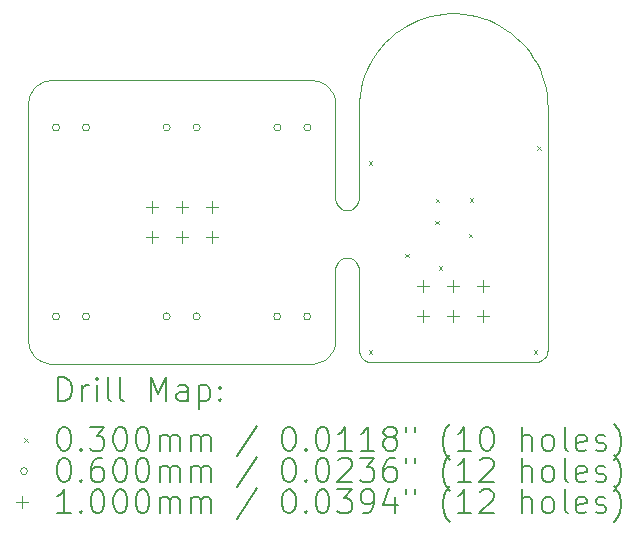
<source format=gbr>
%TF.GenerationSoftware,KiCad,Pcbnew,9.0.0*%
%TF.CreationDate,2025-02-27T10:50:16-06:00*%
%TF.ProjectId,SAO-CR1616,53414f2d-4352-4313-9631-362e6b696361,rev?*%
%TF.SameCoordinates,Original*%
%TF.FileFunction,Drillmap*%
%TF.FilePolarity,Positive*%
%FSLAX45Y45*%
G04 Gerber Fmt 4.5, Leading zero omitted, Abs format (unit mm)*
G04 Created by KiCad (PCBNEW 9.0.0) date 2025-02-27 10:50:16*
%MOMM*%
%LPD*%
G01*
G04 APERTURE LIST*
%ADD10C,0.100000*%
%ADD11C,0.200000*%
G04 APERTURE END LIST*
D10*
X6598511Y-16183689D02*
X7998511Y-16183689D01*
X7873982Y-13477962D02*
X7833815Y-13439173D01*
X6231869Y-16150368D02*
X6250368Y-16131869D01*
X3720625Y-16088458D02*
X3733706Y-16111114D01*
X3788886Y-13833706D02*
X3768131Y-13849632D01*
X3860982Y-13803843D02*
X3835712Y-13810614D01*
X6620072Y-13609754D02*
X6592153Y-13658112D01*
X3703843Y-13960982D02*
X3700000Y-13986919D01*
X6475981Y-14862967D02*
X6462222Y-14876725D01*
X3700000Y-13986919D02*
X3700000Y-16013081D01*
X8081658Y-16139246D02*
X8090899Y-16121957D01*
X7545724Y-13272844D02*
X7492048Y-13257452D01*
X6408984Y-14898777D02*
X6389527Y-14898777D01*
X6763206Y-13439173D02*
X6723039Y-13477962D01*
X3749632Y-16131869D02*
X3768131Y-16150368D01*
X8098511Y-14033689D02*
X8096562Y-13977884D01*
X6164288Y-16189386D02*
X6188458Y-16179374D01*
X3835712Y-13810614D02*
X3811542Y-13820625D01*
X6542954Y-16166836D02*
X6560242Y-16176077D01*
X6289386Y-16064288D02*
X6296157Y-16039018D01*
X6408984Y-15301222D02*
X6428068Y-15305018D01*
X3720625Y-13911542D02*
X3710614Y-13935712D01*
X6113081Y-13800000D02*
X3886919Y-13800000D01*
X6188458Y-13820625D02*
X6164288Y-13810614D01*
X6428068Y-14894981D02*
X6408984Y-14898777D01*
X8090899Y-16121957D02*
X8096589Y-16103198D01*
X6498511Y-16083689D02*
X6500432Y-16103198D01*
X7745865Y-13370459D02*
X7698511Y-13340869D01*
X6851156Y-13370459D02*
X6805982Y-13403281D01*
X6336288Y-14876725D02*
X6322530Y-14862967D01*
X6322530Y-15337033D02*
X6336288Y-15323274D01*
X6279374Y-13911542D02*
X6266294Y-13888886D01*
X8067520Y-13813179D02*
X8050265Y-13760073D01*
X6515364Y-16139246D02*
X6527800Y-16154400D01*
X6475981Y-15337033D02*
X6486791Y-15353211D01*
X8054068Y-16166836D02*
X8069221Y-16154400D01*
X6898511Y-13340869D02*
X6851156Y-13370459D01*
X7104973Y-13257452D02*
X7051297Y-13272844D01*
X3700000Y-16013081D02*
X3703843Y-16039018D01*
X3733706Y-13888886D02*
X3720625Y-13911542D01*
X8004869Y-13658112D02*
X7976949Y-13609754D01*
X6304274Y-15371188D02*
X6311720Y-15353211D01*
X6164288Y-13810614D02*
X6139018Y-13803843D01*
X6527800Y-16154400D02*
X6542954Y-16166836D01*
X6352467Y-14887535D02*
X6336288Y-14876725D01*
X6723039Y-13477962D02*
X6685675Y-13519459D01*
X6211114Y-13833706D02*
X6188458Y-13820625D01*
X6266294Y-13888886D02*
X6250368Y-13868131D01*
X6389527Y-15301222D02*
X6408984Y-15301222D01*
X6506123Y-16121958D02*
X6515364Y-16139246D01*
X6211114Y-16166294D02*
X6231869Y-16150368D01*
X7214888Y-13238072D02*
X7159592Y-13245843D01*
X6113081Y-16200000D02*
X6139018Y-16196157D01*
X7911346Y-13519459D02*
X7873982Y-13477962D01*
X6389527Y-14898777D02*
X6370443Y-14894981D01*
X6428068Y-15305018D02*
X6446044Y-15312465D01*
X6279374Y-16088458D02*
X6289386Y-16064288D01*
X6266294Y-16111114D02*
X6279374Y-16088458D01*
X6322530Y-14862967D02*
X6311720Y-14846789D01*
X6685675Y-13519459D02*
X6651297Y-13563461D01*
X3886919Y-13800000D02*
X3860982Y-13803843D01*
X3835712Y-16189386D02*
X3860982Y-16196157D01*
X7382134Y-13238072D02*
X7326430Y-13234176D01*
X3710614Y-13935712D02*
X3703843Y-13960982D01*
X7945724Y-13563461D02*
X7911346Y-13519459D01*
X3811542Y-13820625D02*
X3788886Y-13833706D01*
X6300000Y-14809729D02*
X6300000Y-13986919D01*
X8090725Y-13922351D02*
X8081029Y-13867360D01*
X6546757Y-13760073D02*
X6529501Y-13813179D01*
X3768131Y-16150368D02*
X3788886Y-16166294D01*
X8098511Y-16083689D02*
X8098511Y-14033689D01*
X8081029Y-13867360D02*
X8067520Y-13813179D01*
X6498511Y-15390271D02*
X6498511Y-16083689D01*
X6486791Y-14846789D02*
X6475981Y-14862967D01*
X6506296Y-13922351D02*
X6500459Y-13977884D01*
X6500459Y-13977884D02*
X6498511Y-14033689D01*
X8096589Y-16103198D02*
X8098511Y-16083689D01*
X8096562Y-13977884D02*
X8090725Y-13922351D01*
X8029347Y-13708300D02*
X8004869Y-13658112D01*
X6592153Y-13658112D02*
X6567674Y-13708300D01*
X6805982Y-13403281D02*
X6763206Y-13439173D01*
X3860982Y-16196157D02*
X3886919Y-16200000D01*
X6498511Y-14809729D02*
X6494237Y-14828812D01*
X6998825Y-13291942D02*
X6947814Y-13314654D01*
X6231869Y-13849632D02*
X6211114Y-13833706D01*
X6567674Y-13708300D02*
X6546757Y-13760073D01*
X8050265Y-13760073D02*
X8029347Y-13708300D01*
X6188458Y-16179374D02*
X6211114Y-16166294D01*
X6494237Y-14828812D02*
X6486791Y-14846789D01*
X8018020Y-16181768D02*
X8036779Y-16176077D01*
X6515992Y-13867360D02*
X6506296Y-13922351D01*
X6300000Y-16013081D02*
X6300000Y-15390271D01*
X8036779Y-16176077D02*
X8054068Y-16166836D01*
X6462222Y-14876725D02*
X6446044Y-14887535D01*
X3811542Y-16179374D02*
X3835712Y-16189386D01*
X7270591Y-13234176D02*
X7214888Y-13238072D01*
X6352467Y-15312465D02*
X6370443Y-15305018D01*
X3733706Y-16111114D02*
X3749632Y-16131869D01*
X6311720Y-15353211D02*
X6322530Y-15337033D01*
X6370443Y-15305018D02*
X6389527Y-15301222D01*
X6500432Y-16103198D02*
X6506123Y-16121958D01*
X6462222Y-15323274D02*
X6475981Y-15337033D01*
X7598196Y-13291942D02*
X7545724Y-13272844D01*
X6289386Y-13935712D02*
X6279374Y-13911542D01*
X6300000Y-13986919D02*
X6296157Y-13960982D01*
X6498511Y-14033689D02*
X6498511Y-14809729D01*
X6139018Y-13803843D02*
X6113081Y-13800000D01*
X3788886Y-16166294D02*
X3811542Y-16179374D01*
X7437429Y-13245843D02*
X7382134Y-13238072D01*
X7791040Y-13403281D02*
X7745865Y-13370459D01*
X6296157Y-16039018D02*
X6300000Y-16013081D01*
X7326430Y-13234176D02*
X7270591Y-13234176D01*
X6304274Y-14828812D02*
X6300000Y-14809729D01*
X7833815Y-13439173D02*
X7791040Y-13403281D01*
X3749632Y-13868131D02*
X3733706Y-13888886D01*
X6370443Y-14894981D02*
X6352467Y-14887535D01*
X7159592Y-13245843D02*
X7104973Y-13257452D01*
X6250368Y-13868131D02*
X6231869Y-13849632D01*
X3886919Y-16200000D02*
X6113081Y-16200000D01*
X6250368Y-16131869D02*
X6266294Y-16111114D01*
X6336288Y-15323274D02*
X6352467Y-15312465D01*
X3703843Y-16039018D02*
X3710614Y-16064288D01*
X7492048Y-13257452D02*
X7437429Y-13245843D01*
X7698511Y-13340869D02*
X7649208Y-13314654D01*
X6651297Y-13563461D02*
X6620072Y-13609754D01*
X6446044Y-14887535D02*
X6428068Y-14894981D01*
X6947814Y-13314654D02*
X6898511Y-13340869D01*
X6560242Y-16176077D02*
X6579002Y-16181768D01*
X6579002Y-16181768D02*
X6598511Y-16183689D01*
X8069221Y-16154400D02*
X8081658Y-16139246D01*
X7649208Y-13314654D02*
X7598196Y-13291942D01*
X6494237Y-15371188D02*
X6498511Y-15390271D01*
X7051297Y-13272844D02*
X6998825Y-13291942D01*
X3710614Y-16064288D02*
X3720625Y-16088458D01*
X6296157Y-13960982D02*
X6289386Y-13935712D01*
X6139018Y-16196157D02*
X6164288Y-16189386D01*
X6529501Y-13813179D02*
X6515992Y-13867360D01*
X6486791Y-15353211D02*
X6494237Y-15371188D01*
X7976949Y-13609754D02*
X7945724Y-13563461D01*
X6446044Y-15312465D02*
X6462222Y-15323274D01*
X6300000Y-15390271D02*
X6304274Y-15371188D01*
X7998511Y-16183689D02*
X8018020Y-16181768D01*
X3768131Y-13849632D02*
X3749632Y-13868131D01*
X6311720Y-14846789D02*
X6304274Y-14828812D01*
D11*
D10*
X6583711Y-14487289D02*
X6613711Y-14517289D01*
X6613711Y-14487289D02*
X6583711Y-14517289D01*
X6583711Y-16087489D02*
X6613711Y-16117489D01*
X6613711Y-16087489D02*
X6583711Y-16117489D01*
X6891897Y-15267930D02*
X6921897Y-15297930D01*
X6921897Y-15267930D02*
X6891897Y-15297930D01*
X7145280Y-14990659D02*
X7175280Y-15020659D01*
X7175280Y-14990659D02*
X7145280Y-15020659D01*
X7149911Y-14804955D02*
X7179911Y-14834955D01*
X7179911Y-14804955D02*
X7149911Y-14834955D01*
X7175511Y-15376289D02*
X7205511Y-15406289D01*
X7205511Y-15376289D02*
X7175511Y-15406289D01*
X7429540Y-15099941D02*
X7459540Y-15129941D01*
X7459540Y-15099941D02*
X7429540Y-15129941D01*
X7439911Y-14801258D02*
X7469911Y-14831258D01*
X7469911Y-14801258D02*
X7439911Y-14831258D01*
X7980711Y-16087489D02*
X8010711Y-16117489D01*
X8010711Y-16087489D02*
X7980711Y-16117489D01*
X8008511Y-14360289D02*
X8038511Y-14390289D01*
X8038511Y-14360289D02*
X8008511Y-14390289D01*
X3965500Y-15800000D02*
G75*
G02*
X3905500Y-15800000I-30000J0D01*
G01*
X3905500Y-15800000D02*
G75*
G02*
X3965500Y-15800000I30000J0D01*
G01*
X3966500Y-14200000D02*
G75*
G02*
X3906500Y-14200000I-30000J0D01*
G01*
X3906500Y-14200000D02*
G75*
G02*
X3966500Y-14200000I30000J0D01*
G01*
X4219500Y-15800000D02*
G75*
G02*
X4159500Y-15800000I-30000J0D01*
G01*
X4159500Y-15800000D02*
G75*
G02*
X4219500Y-15800000I30000J0D01*
G01*
X4220500Y-14200000D02*
G75*
G02*
X4160500Y-14200000I-30000J0D01*
G01*
X4160500Y-14200000D02*
G75*
G02*
X4220500Y-14200000I30000J0D01*
G01*
X4902000Y-15800000D02*
G75*
G02*
X4842000Y-15800000I-30000J0D01*
G01*
X4842000Y-15800000D02*
G75*
G02*
X4902000Y-15800000I30000J0D01*
G01*
X4903000Y-14200000D02*
G75*
G02*
X4843000Y-14200000I-30000J0D01*
G01*
X4843000Y-14200000D02*
G75*
G02*
X4903000Y-14200000I30000J0D01*
G01*
X5156000Y-15800000D02*
G75*
G02*
X5096000Y-15800000I-30000J0D01*
G01*
X5096000Y-15800000D02*
G75*
G02*
X5156000Y-15800000I30000J0D01*
G01*
X5157000Y-14200000D02*
G75*
G02*
X5097000Y-14200000I-30000J0D01*
G01*
X5097000Y-14200000D02*
G75*
G02*
X5157000Y-14200000I30000J0D01*
G01*
X5838500Y-15800000D02*
G75*
G02*
X5778500Y-15800000I-30000J0D01*
G01*
X5778500Y-15800000D02*
G75*
G02*
X5838500Y-15800000I30000J0D01*
G01*
X5839500Y-14200000D02*
G75*
G02*
X5779500Y-14200000I-30000J0D01*
G01*
X5779500Y-14200000D02*
G75*
G02*
X5839500Y-14200000I30000J0D01*
G01*
X6092500Y-15800000D02*
G75*
G02*
X6032500Y-15800000I-30000J0D01*
G01*
X6032500Y-15800000D02*
G75*
G02*
X6092500Y-15800000I30000J0D01*
G01*
X6093500Y-14200000D02*
G75*
G02*
X6033500Y-14200000I-30000J0D01*
G01*
X6033500Y-14200000D02*
G75*
G02*
X6093500Y-14200000I30000J0D01*
G01*
X4746000Y-15077000D02*
X4746000Y-15177000D01*
X4696000Y-15127000D02*
X4796000Y-15127000D01*
X4746000Y-14823000D02*
X4746000Y-14923000D01*
X4696000Y-14873000D02*
X4796000Y-14873000D01*
X5000000Y-14823000D02*
X5000000Y-14923000D01*
X4950000Y-14873000D02*
X5050000Y-14873000D01*
X5000000Y-15077000D02*
X5000000Y-15177000D01*
X4950000Y-15127000D02*
X5050000Y-15127000D01*
X5254000Y-14823000D02*
X5254000Y-14923000D01*
X5204000Y-14873000D02*
X5304000Y-14873000D01*
X5254000Y-15077000D02*
X5254000Y-15177000D01*
X5204000Y-15127000D02*
X5304000Y-15127000D01*
X7045511Y-15493689D02*
X7045511Y-15593689D01*
X6995511Y-15543689D02*
X7095511Y-15543689D01*
X7045511Y-15747689D02*
X7045511Y-15847689D01*
X6995511Y-15797689D02*
X7095511Y-15797689D01*
X7299511Y-15493689D02*
X7299511Y-15593689D01*
X7249511Y-15543689D02*
X7349511Y-15543689D01*
X7299511Y-15747689D02*
X7299511Y-15847689D01*
X7249511Y-15797689D02*
X7349511Y-15797689D01*
X7553511Y-15493689D02*
X7553511Y-15593689D01*
X7503511Y-15543689D02*
X7603511Y-15543689D01*
X7553511Y-15747689D02*
X7553511Y-15847689D01*
X7503511Y-15797689D02*
X7603511Y-15797689D01*
D11*
X3955777Y-16516484D02*
X3955777Y-16316484D01*
X3955777Y-16316484D02*
X4003396Y-16316484D01*
X4003396Y-16316484D02*
X4031967Y-16326008D01*
X4031967Y-16326008D02*
X4051015Y-16345055D01*
X4051015Y-16345055D02*
X4060539Y-16364103D01*
X4060539Y-16364103D02*
X4070062Y-16402198D01*
X4070062Y-16402198D02*
X4070062Y-16430769D01*
X4070062Y-16430769D02*
X4060539Y-16468865D01*
X4060539Y-16468865D02*
X4051015Y-16487912D01*
X4051015Y-16487912D02*
X4031967Y-16506960D01*
X4031967Y-16506960D02*
X4003396Y-16516484D01*
X4003396Y-16516484D02*
X3955777Y-16516484D01*
X4155777Y-16516484D02*
X4155777Y-16383150D01*
X4155777Y-16421246D02*
X4165301Y-16402198D01*
X4165301Y-16402198D02*
X4174824Y-16392674D01*
X4174824Y-16392674D02*
X4193872Y-16383150D01*
X4193872Y-16383150D02*
X4212920Y-16383150D01*
X4279586Y-16516484D02*
X4279586Y-16383150D01*
X4279586Y-16316484D02*
X4270063Y-16326008D01*
X4270063Y-16326008D02*
X4279586Y-16335531D01*
X4279586Y-16335531D02*
X4289110Y-16326008D01*
X4289110Y-16326008D02*
X4279586Y-16316484D01*
X4279586Y-16316484D02*
X4279586Y-16335531D01*
X4403396Y-16516484D02*
X4384348Y-16506960D01*
X4384348Y-16506960D02*
X4374824Y-16487912D01*
X4374824Y-16487912D02*
X4374824Y-16316484D01*
X4508158Y-16516484D02*
X4489110Y-16506960D01*
X4489110Y-16506960D02*
X4479586Y-16487912D01*
X4479586Y-16487912D02*
X4479586Y-16316484D01*
X4736729Y-16516484D02*
X4736729Y-16316484D01*
X4736729Y-16316484D02*
X4803396Y-16459341D01*
X4803396Y-16459341D02*
X4870063Y-16316484D01*
X4870063Y-16316484D02*
X4870063Y-16516484D01*
X5051015Y-16516484D02*
X5051015Y-16411722D01*
X5051015Y-16411722D02*
X5041491Y-16392674D01*
X5041491Y-16392674D02*
X5022444Y-16383150D01*
X5022444Y-16383150D02*
X4984348Y-16383150D01*
X4984348Y-16383150D02*
X4965301Y-16392674D01*
X5051015Y-16506960D02*
X5031967Y-16516484D01*
X5031967Y-16516484D02*
X4984348Y-16516484D01*
X4984348Y-16516484D02*
X4965301Y-16506960D01*
X4965301Y-16506960D02*
X4955777Y-16487912D01*
X4955777Y-16487912D02*
X4955777Y-16468865D01*
X4955777Y-16468865D02*
X4965301Y-16449817D01*
X4965301Y-16449817D02*
X4984348Y-16440293D01*
X4984348Y-16440293D02*
X5031967Y-16440293D01*
X5031967Y-16440293D02*
X5051015Y-16430769D01*
X5146253Y-16383150D02*
X5146253Y-16583150D01*
X5146253Y-16392674D02*
X5165301Y-16383150D01*
X5165301Y-16383150D02*
X5203396Y-16383150D01*
X5203396Y-16383150D02*
X5222444Y-16392674D01*
X5222444Y-16392674D02*
X5231967Y-16402198D01*
X5231967Y-16402198D02*
X5241491Y-16421246D01*
X5241491Y-16421246D02*
X5241491Y-16478388D01*
X5241491Y-16478388D02*
X5231967Y-16497436D01*
X5231967Y-16497436D02*
X5222444Y-16506960D01*
X5222444Y-16506960D02*
X5203396Y-16516484D01*
X5203396Y-16516484D02*
X5165301Y-16516484D01*
X5165301Y-16516484D02*
X5146253Y-16506960D01*
X5327205Y-16497436D02*
X5336729Y-16506960D01*
X5336729Y-16506960D02*
X5327205Y-16516484D01*
X5327205Y-16516484D02*
X5317682Y-16506960D01*
X5317682Y-16506960D02*
X5327205Y-16497436D01*
X5327205Y-16497436D02*
X5327205Y-16516484D01*
X5327205Y-16392674D02*
X5336729Y-16402198D01*
X5336729Y-16402198D02*
X5327205Y-16411722D01*
X5327205Y-16411722D02*
X5317682Y-16402198D01*
X5317682Y-16402198D02*
X5327205Y-16392674D01*
X5327205Y-16392674D02*
X5327205Y-16411722D01*
D10*
X3665000Y-16830000D02*
X3695000Y-16860000D01*
X3695000Y-16830000D02*
X3665000Y-16860000D01*
D11*
X3993872Y-16736484D02*
X4012920Y-16736484D01*
X4012920Y-16736484D02*
X4031967Y-16746008D01*
X4031967Y-16746008D02*
X4041491Y-16755531D01*
X4041491Y-16755531D02*
X4051015Y-16774579D01*
X4051015Y-16774579D02*
X4060539Y-16812674D01*
X4060539Y-16812674D02*
X4060539Y-16860293D01*
X4060539Y-16860293D02*
X4051015Y-16898389D01*
X4051015Y-16898389D02*
X4041491Y-16917436D01*
X4041491Y-16917436D02*
X4031967Y-16926960D01*
X4031967Y-16926960D02*
X4012920Y-16936484D01*
X4012920Y-16936484D02*
X3993872Y-16936484D01*
X3993872Y-16936484D02*
X3974824Y-16926960D01*
X3974824Y-16926960D02*
X3965301Y-16917436D01*
X3965301Y-16917436D02*
X3955777Y-16898389D01*
X3955777Y-16898389D02*
X3946253Y-16860293D01*
X3946253Y-16860293D02*
X3946253Y-16812674D01*
X3946253Y-16812674D02*
X3955777Y-16774579D01*
X3955777Y-16774579D02*
X3965301Y-16755531D01*
X3965301Y-16755531D02*
X3974824Y-16746008D01*
X3974824Y-16746008D02*
X3993872Y-16736484D01*
X4146253Y-16917436D02*
X4155777Y-16926960D01*
X4155777Y-16926960D02*
X4146253Y-16936484D01*
X4146253Y-16936484D02*
X4136729Y-16926960D01*
X4136729Y-16926960D02*
X4146253Y-16917436D01*
X4146253Y-16917436D02*
X4146253Y-16936484D01*
X4222444Y-16736484D02*
X4346253Y-16736484D01*
X4346253Y-16736484D02*
X4279586Y-16812674D01*
X4279586Y-16812674D02*
X4308158Y-16812674D01*
X4308158Y-16812674D02*
X4327205Y-16822198D01*
X4327205Y-16822198D02*
X4336729Y-16831722D01*
X4336729Y-16831722D02*
X4346253Y-16850770D01*
X4346253Y-16850770D02*
X4346253Y-16898389D01*
X4346253Y-16898389D02*
X4336729Y-16917436D01*
X4336729Y-16917436D02*
X4327205Y-16926960D01*
X4327205Y-16926960D02*
X4308158Y-16936484D01*
X4308158Y-16936484D02*
X4251015Y-16936484D01*
X4251015Y-16936484D02*
X4231967Y-16926960D01*
X4231967Y-16926960D02*
X4222444Y-16917436D01*
X4470063Y-16736484D02*
X4489110Y-16736484D01*
X4489110Y-16736484D02*
X4508158Y-16746008D01*
X4508158Y-16746008D02*
X4517682Y-16755531D01*
X4517682Y-16755531D02*
X4527205Y-16774579D01*
X4527205Y-16774579D02*
X4536729Y-16812674D01*
X4536729Y-16812674D02*
X4536729Y-16860293D01*
X4536729Y-16860293D02*
X4527205Y-16898389D01*
X4527205Y-16898389D02*
X4517682Y-16917436D01*
X4517682Y-16917436D02*
X4508158Y-16926960D01*
X4508158Y-16926960D02*
X4489110Y-16936484D01*
X4489110Y-16936484D02*
X4470063Y-16936484D01*
X4470063Y-16936484D02*
X4451015Y-16926960D01*
X4451015Y-16926960D02*
X4441491Y-16917436D01*
X4441491Y-16917436D02*
X4431967Y-16898389D01*
X4431967Y-16898389D02*
X4422444Y-16860293D01*
X4422444Y-16860293D02*
X4422444Y-16812674D01*
X4422444Y-16812674D02*
X4431967Y-16774579D01*
X4431967Y-16774579D02*
X4441491Y-16755531D01*
X4441491Y-16755531D02*
X4451015Y-16746008D01*
X4451015Y-16746008D02*
X4470063Y-16736484D01*
X4660539Y-16736484D02*
X4679586Y-16736484D01*
X4679586Y-16736484D02*
X4698634Y-16746008D01*
X4698634Y-16746008D02*
X4708158Y-16755531D01*
X4708158Y-16755531D02*
X4717682Y-16774579D01*
X4717682Y-16774579D02*
X4727205Y-16812674D01*
X4727205Y-16812674D02*
X4727205Y-16860293D01*
X4727205Y-16860293D02*
X4717682Y-16898389D01*
X4717682Y-16898389D02*
X4708158Y-16917436D01*
X4708158Y-16917436D02*
X4698634Y-16926960D01*
X4698634Y-16926960D02*
X4679586Y-16936484D01*
X4679586Y-16936484D02*
X4660539Y-16936484D01*
X4660539Y-16936484D02*
X4641491Y-16926960D01*
X4641491Y-16926960D02*
X4631967Y-16917436D01*
X4631967Y-16917436D02*
X4622444Y-16898389D01*
X4622444Y-16898389D02*
X4612920Y-16860293D01*
X4612920Y-16860293D02*
X4612920Y-16812674D01*
X4612920Y-16812674D02*
X4622444Y-16774579D01*
X4622444Y-16774579D02*
X4631967Y-16755531D01*
X4631967Y-16755531D02*
X4641491Y-16746008D01*
X4641491Y-16746008D02*
X4660539Y-16736484D01*
X4812920Y-16936484D02*
X4812920Y-16803150D01*
X4812920Y-16822198D02*
X4822444Y-16812674D01*
X4822444Y-16812674D02*
X4841491Y-16803150D01*
X4841491Y-16803150D02*
X4870063Y-16803150D01*
X4870063Y-16803150D02*
X4889110Y-16812674D01*
X4889110Y-16812674D02*
X4898634Y-16831722D01*
X4898634Y-16831722D02*
X4898634Y-16936484D01*
X4898634Y-16831722D02*
X4908158Y-16812674D01*
X4908158Y-16812674D02*
X4927205Y-16803150D01*
X4927205Y-16803150D02*
X4955777Y-16803150D01*
X4955777Y-16803150D02*
X4974825Y-16812674D01*
X4974825Y-16812674D02*
X4984348Y-16831722D01*
X4984348Y-16831722D02*
X4984348Y-16936484D01*
X5079586Y-16936484D02*
X5079586Y-16803150D01*
X5079586Y-16822198D02*
X5089110Y-16812674D01*
X5089110Y-16812674D02*
X5108158Y-16803150D01*
X5108158Y-16803150D02*
X5136729Y-16803150D01*
X5136729Y-16803150D02*
X5155777Y-16812674D01*
X5155777Y-16812674D02*
X5165301Y-16831722D01*
X5165301Y-16831722D02*
X5165301Y-16936484D01*
X5165301Y-16831722D02*
X5174825Y-16812674D01*
X5174825Y-16812674D02*
X5193872Y-16803150D01*
X5193872Y-16803150D02*
X5222444Y-16803150D01*
X5222444Y-16803150D02*
X5241491Y-16812674D01*
X5241491Y-16812674D02*
X5251015Y-16831722D01*
X5251015Y-16831722D02*
X5251015Y-16936484D01*
X5641491Y-16726960D02*
X5470063Y-16984103D01*
X5898634Y-16736484D02*
X5917682Y-16736484D01*
X5917682Y-16736484D02*
X5936729Y-16746008D01*
X5936729Y-16746008D02*
X5946253Y-16755531D01*
X5946253Y-16755531D02*
X5955777Y-16774579D01*
X5955777Y-16774579D02*
X5965301Y-16812674D01*
X5965301Y-16812674D02*
X5965301Y-16860293D01*
X5965301Y-16860293D02*
X5955777Y-16898389D01*
X5955777Y-16898389D02*
X5946253Y-16917436D01*
X5946253Y-16917436D02*
X5936729Y-16926960D01*
X5936729Y-16926960D02*
X5917682Y-16936484D01*
X5917682Y-16936484D02*
X5898634Y-16936484D01*
X5898634Y-16936484D02*
X5879586Y-16926960D01*
X5879586Y-16926960D02*
X5870063Y-16917436D01*
X5870063Y-16917436D02*
X5860539Y-16898389D01*
X5860539Y-16898389D02*
X5851015Y-16860293D01*
X5851015Y-16860293D02*
X5851015Y-16812674D01*
X5851015Y-16812674D02*
X5860539Y-16774579D01*
X5860539Y-16774579D02*
X5870063Y-16755531D01*
X5870063Y-16755531D02*
X5879586Y-16746008D01*
X5879586Y-16746008D02*
X5898634Y-16736484D01*
X6051015Y-16917436D02*
X6060539Y-16926960D01*
X6060539Y-16926960D02*
X6051015Y-16936484D01*
X6051015Y-16936484D02*
X6041491Y-16926960D01*
X6041491Y-16926960D02*
X6051015Y-16917436D01*
X6051015Y-16917436D02*
X6051015Y-16936484D01*
X6184348Y-16736484D02*
X6203396Y-16736484D01*
X6203396Y-16736484D02*
X6222444Y-16746008D01*
X6222444Y-16746008D02*
X6231967Y-16755531D01*
X6231967Y-16755531D02*
X6241491Y-16774579D01*
X6241491Y-16774579D02*
X6251015Y-16812674D01*
X6251015Y-16812674D02*
X6251015Y-16860293D01*
X6251015Y-16860293D02*
X6241491Y-16898389D01*
X6241491Y-16898389D02*
X6231967Y-16917436D01*
X6231967Y-16917436D02*
X6222444Y-16926960D01*
X6222444Y-16926960D02*
X6203396Y-16936484D01*
X6203396Y-16936484D02*
X6184348Y-16936484D01*
X6184348Y-16936484D02*
X6165301Y-16926960D01*
X6165301Y-16926960D02*
X6155777Y-16917436D01*
X6155777Y-16917436D02*
X6146253Y-16898389D01*
X6146253Y-16898389D02*
X6136729Y-16860293D01*
X6136729Y-16860293D02*
X6136729Y-16812674D01*
X6136729Y-16812674D02*
X6146253Y-16774579D01*
X6146253Y-16774579D02*
X6155777Y-16755531D01*
X6155777Y-16755531D02*
X6165301Y-16746008D01*
X6165301Y-16746008D02*
X6184348Y-16736484D01*
X6441491Y-16936484D02*
X6327206Y-16936484D01*
X6384348Y-16936484D02*
X6384348Y-16736484D01*
X6384348Y-16736484D02*
X6365301Y-16765055D01*
X6365301Y-16765055D02*
X6346253Y-16784103D01*
X6346253Y-16784103D02*
X6327206Y-16793627D01*
X6631967Y-16936484D02*
X6517682Y-16936484D01*
X6574825Y-16936484D02*
X6574825Y-16736484D01*
X6574825Y-16736484D02*
X6555777Y-16765055D01*
X6555777Y-16765055D02*
X6536729Y-16784103D01*
X6536729Y-16784103D02*
X6517682Y-16793627D01*
X6746253Y-16822198D02*
X6727206Y-16812674D01*
X6727206Y-16812674D02*
X6717682Y-16803150D01*
X6717682Y-16803150D02*
X6708158Y-16784103D01*
X6708158Y-16784103D02*
X6708158Y-16774579D01*
X6708158Y-16774579D02*
X6717682Y-16755531D01*
X6717682Y-16755531D02*
X6727206Y-16746008D01*
X6727206Y-16746008D02*
X6746253Y-16736484D01*
X6746253Y-16736484D02*
X6784348Y-16736484D01*
X6784348Y-16736484D02*
X6803396Y-16746008D01*
X6803396Y-16746008D02*
X6812920Y-16755531D01*
X6812920Y-16755531D02*
X6822444Y-16774579D01*
X6822444Y-16774579D02*
X6822444Y-16784103D01*
X6822444Y-16784103D02*
X6812920Y-16803150D01*
X6812920Y-16803150D02*
X6803396Y-16812674D01*
X6803396Y-16812674D02*
X6784348Y-16822198D01*
X6784348Y-16822198D02*
X6746253Y-16822198D01*
X6746253Y-16822198D02*
X6727206Y-16831722D01*
X6727206Y-16831722D02*
X6717682Y-16841246D01*
X6717682Y-16841246D02*
X6708158Y-16860293D01*
X6708158Y-16860293D02*
X6708158Y-16898389D01*
X6708158Y-16898389D02*
X6717682Y-16917436D01*
X6717682Y-16917436D02*
X6727206Y-16926960D01*
X6727206Y-16926960D02*
X6746253Y-16936484D01*
X6746253Y-16936484D02*
X6784348Y-16936484D01*
X6784348Y-16936484D02*
X6803396Y-16926960D01*
X6803396Y-16926960D02*
X6812920Y-16917436D01*
X6812920Y-16917436D02*
X6822444Y-16898389D01*
X6822444Y-16898389D02*
X6822444Y-16860293D01*
X6822444Y-16860293D02*
X6812920Y-16841246D01*
X6812920Y-16841246D02*
X6803396Y-16831722D01*
X6803396Y-16831722D02*
X6784348Y-16822198D01*
X6898634Y-16736484D02*
X6898634Y-16774579D01*
X6974825Y-16736484D02*
X6974825Y-16774579D01*
X7270063Y-17012674D02*
X7260539Y-17003150D01*
X7260539Y-17003150D02*
X7241491Y-16974579D01*
X7241491Y-16974579D02*
X7231968Y-16955531D01*
X7231968Y-16955531D02*
X7222444Y-16926960D01*
X7222444Y-16926960D02*
X7212920Y-16879341D01*
X7212920Y-16879341D02*
X7212920Y-16841246D01*
X7212920Y-16841246D02*
X7222444Y-16793627D01*
X7222444Y-16793627D02*
X7231968Y-16765055D01*
X7231968Y-16765055D02*
X7241491Y-16746008D01*
X7241491Y-16746008D02*
X7260539Y-16717436D01*
X7260539Y-16717436D02*
X7270063Y-16707912D01*
X7451015Y-16936484D02*
X7336729Y-16936484D01*
X7393872Y-16936484D02*
X7393872Y-16736484D01*
X7393872Y-16736484D02*
X7374825Y-16765055D01*
X7374825Y-16765055D02*
X7355777Y-16784103D01*
X7355777Y-16784103D02*
X7336729Y-16793627D01*
X7574825Y-16736484D02*
X7593872Y-16736484D01*
X7593872Y-16736484D02*
X7612920Y-16746008D01*
X7612920Y-16746008D02*
X7622444Y-16755531D01*
X7622444Y-16755531D02*
X7631968Y-16774579D01*
X7631968Y-16774579D02*
X7641491Y-16812674D01*
X7641491Y-16812674D02*
X7641491Y-16860293D01*
X7641491Y-16860293D02*
X7631968Y-16898389D01*
X7631968Y-16898389D02*
X7622444Y-16917436D01*
X7622444Y-16917436D02*
X7612920Y-16926960D01*
X7612920Y-16926960D02*
X7593872Y-16936484D01*
X7593872Y-16936484D02*
X7574825Y-16936484D01*
X7574825Y-16936484D02*
X7555777Y-16926960D01*
X7555777Y-16926960D02*
X7546253Y-16917436D01*
X7546253Y-16917436D02*
X7536729Y-16898389D01*
X7536729Y-16898389D02*
X7527206Y-16860293D01*
X7527206Y-16860293D02*
X7527206Y-16812674D01*
X7527206Y-16812674D02*
X7536729Y-16774579D01*
X7536729Y-16774579D02*
X7546253Y-16755531D01*
X7546253Y-16755531D02*
X7555777Y-16746008D01*
X7555777Y-16746008D02*
X7574825Y-16736484D01*
X7879587Y-16936484D02*
X7879587Y-16736484D01*
X7965301Y-16936484D02*
X7965301Y-16831722D01*
X7965301Y-16831722D02*
X7955777Y-16812674D01*
X7955777Y-16812674D02*
X7936730Y-16803150D01*
X7936730Y-16803150D02*
X7908158Y-16803150D01*
X7908158Y-16803150D02*
X7889110Y-16812674D01*
X7889110Y-16812674D02*
X7879587Y-16822198D01*
X8089110Y-16936484D02*
X8070063Y-16926960D01*
X8070063Y-16926960D02*
X8060539Y-16917436D01*
X8060539Y-16917436D02*
X8051015Y-16898389D01*
X8051015Y-16898389D02*
X8051015Y-16841246D01*
X8051015Y-16841246D02*
X8060539Y-16822198D01*
X8060539Y-16822198D02*
X8070063Y-16812674D01*
X8070063Y-16812674D02*
X8089110Y-16803150D01*
X8089110Y-16803150D02*
X8117682Y-16803150D01*
X8117682Y-16803150D02*
X8136730Y-16812674D01*
X8136730Y-16812674D02*
X8146253Y-16822198D01*
X8146253Y-16822198D02*
X8155777Y-16841246D01*
X8155777Y-16841246D02*
X8155777Y-16898389D01*
X8155777Y-16898389D02*
X8146253Y-16917436D01*
X8146253Y-16917436D02*
X8136730Y-16926960D01*
X8136730Y-16926960D02*
X8117682Y-16936484D01*
X8117682Y-16936484D02*
X8089110Y-16936484D01*
X8270063Y-16936484D02*
X8251015Y-16926960D01*
X8251015Y-16926960D02*
X8241491Y-16907912D01*
X8241491Y-16907912D02*
X8241491Y-16736484D01*
X8422444Y-16926960D02*
X8403396Y-16936484D01*
X8403396Y-16936484D02*
X8365301Y-16936484D01*
X8365301Y-16936484D02*
X8346253Y-16926960D01*
X8346253Y-16926960D02*
X8336730Y-16907912D01*
X8336730Y-16907912D02*
X8336730Y-16831722D01*
X8336730Y-16831722D02*
X8346253Y-16812674D01*
X8346253Y-16812674D02*
X8365301Y-16803150D01*
X8365301Y-16803150D02*
X8403396Y-16803150D01*
X8403396Y-16803150D02*
X8422444Y-16812674D01*
X8422444Y-16812674D02*
X8431968Y-16831722D01*
X8431968Y-16831722D02*
X8431968Y-16850770D01*
X8431968Y-16850770D02*
X8336730Y-16869817D01*
X8508158Y-16926960D02*
X8527206Y-16936484D01*
X8527206Y-16936484D02*
X8565301Y-16936484D01*
X8565301Y-16936484D02*
X8584349Y-16926960D01*
X8584349Y-16926960D02*
X8593873Y-16907912D01*
X8593873Y-16907912D02*
X8593873Y-16898389D01*
X8593873Y-16898389D02*
X8584349Y-16879341D01*
X8584349Y-16879341D02*
X8565301Y-16869817D01*
X8565301Y-16869817D02*
X8536730Y-16869817D01*
X8536730Y-16869817D02*
X8517682Y-16860293D01*
X8517682Y-16860293D02*
X8508158Y-16841246D01*
X8508158Y-16841246D02*
X8508158Y-16831722D01*
X8508158Y-16831722D02*
X8517682Y-16812674D01*
X8517682Y-16812674D02*
X8536730Y-16803150D01*
X8536730Y-16803150D02*
X8565301Y-16803150D01*
X8565301Y-16803150D02*
X8584349Y-16812674D01*
X8660539Y-17012674D02*
X8670063Y-17003150D01*
X8670063Y-17003150D02*
X8689111Y-16974579D01*
X8689111Y-16974579D02*
X8698634Y-16955531D01*
X8698634Y-16955531D02*
X8708158Y-16926960D01*
X8708158Y-16926960D02*
X8717682Y-16879341D01*
X8717682Y-16879341D02*
X8717682Y-16841246D01*
X8717682Y-16841246D02*
X8708158Y-16793627D01*
X8708158Y-16793627D02*
X8698634Y-16765055D01*
X8698634Y-16765055D02*
X8689111Y-16746008D01*
X8689111Y-16746008D02*
X8670063Y-16717436D01*
X8670063Y-16717436D02*
X8660539Y-16707912D01*
D10*
X3695000Y-17109000D02*
G75*
G02*
X3635000Y-17109000I-30000J0D01*
G01*
X3635000Y-17109000D02*
G75*
G02*
X3695000Y-17109000I30000J0D01*
G01*
D11*
X3993872Y-17000484D02*
X4012920Y-17000484D01*
X4012920Y-17000484D02*
X4031967Y-17010008D01*
X4031967Y-17010008D02*
X4041491Y-17019531D01*
X4041491Y-17019531D02*
X4051015Y-17038579D01*
X4051015Y-17038579D02*
X4060539Y-17076674D01*
X4060539Y-17076674D02*
X4060539Y-17124293D01*
X4060539Y-17124293D02*
X4051015Y-17162389D01*
X4051015Y-17162389D02*
X4041491Y-17181436D01*
X4041491Y-17181436D02*
X4031967Y-17190960D01*
X4031967Y-17190960D02*
X4012920Y-17200484D01*
X4012920Y-17200484D02*
X3993872Y-17200484D01*
X3993872Y-17200484D02*
X3974824Y-17190960D01*
X3974824Y-17190960D02*
X3965301Y-17181436D01*
X3965301Y-17181436D02*
X3955777Y-17162389D01*
X3955777Y-17162389D02*
X3946253Y-17124293D01*
X3946253Y-17124293D02*
X3946253Y-17076674D01*
X3946253Y-17076674D02*
X3955777Y-17038579D01*
X3955777Y-17038579D02*
X3965301Y-17019531D01*
X3965301Y-17019531D02*
X3974824Y-17010008D01*
X3974824Y-17010008D02*
X3993872Y-17000484D01*
X4146253Y-17181436D02*
X4155777Y-17190960D01*
X4155777Y-17190960D02*
X4146253Y-17200484D01*
X4146253Y-17200484D02*
X4136729Y-17190960D01*
X4136729Y-17190960D02*
X4146253Y-17181436D01*
X4146253Y-17181436D02*
X4146253Y-17200484D01*
X4327205Y-17000484D02*
X4289110Y-17000484D01*
X4289110Y-17000484D02*
X4270063Y-17010008D01*
X4270063Y-17010008D02*
X4260539Y-17019531D01*
X4260539Y-17019531D02*
X4241491Y-17048103D01*
X4241491Y-17048103D02*
X4231967Y-17086198D01*
X4231967Y-17086198D02*
X4231967Y-17162389D01*
X4231967Y-17162389D02*
X4241491Y-17181436D01*
X4241491Y-17181436D02*
X4251015Y-17190960D01*
X4251015Y-17190960D02*
X4270063Y-17200484D01*
X4270063Y-17200484D02*
X4308158Y-17200484D01*
X4308158Y-17200484D02*
X4327205Y-17190960D01*
X4327205Y-17190960D02*
X4336729Y-17181436D01*
X4336729Y-17181436D02*
X4346253Y-17162389D01*
X4346253Y-17162389D02*
X4346253Y-17114770D01*
X4346253Y-17114770D02*
X4336729Y-17095722D01*
X4336729Y-17095722D02*
X4327205Y-17086198D01*
X4327205Y-17086198D02*
X4308158Y-17076674D01*
X4308158Y-17076674D02*
X4270063Y-17076674D01*
X4270063Y-17076674D02*
X4251015Y-17086198D01*
X4251015Y-17086198D02*
X4241491Y-17095722D01*
X4241491Y-17095722D02*
X4231967Y-17114770D01*
X4470063Y-17000484D02*
X4489110Y-17000484D01*
X4489110Y-17000484D02*
X4508158Y-17010008D01*
X4508158Y-17010008D02*
X4517682Y-17019531D01*
X4517682Y-17019531D02*
X4527205Y-17038579D01*
X4527205Y-17038579D02*
X4536729Y-17076674D01*
X4536729Y-17076674D02*
X4536729Y-17124293D01*
X4536729Y-17124293D02*
X4527205Y-17162389D01*
X4527205Y-17162389D02*
X4517682Y-17181436D01*
X4517682Y-17181436D02*
X4508158Y-17190960D01*
X4508158Y-17190960D02*
X4489110Y-17200484D01*
X4489110Y-17200484D02*
X4470063Y-17200484D01*
X4470063Y-17200484D02*
X4451015Y-17190960D01*
X4451015Y-17190960D02*
X4441491Y-17181436D01*
X4441491Y-17181436D02*
X4431967Y-17162389D01*
X4431967Y-17162389D02*
X4422444Y-17124293D01*
X4422444Y-17124293D02*
X4422444Y-17076674D01*
X4422444Y-17076674D02*
X4431967Y-17038579D01*
X4431967Y-17038579D02*
X4441491Y-17019531D01*
X4441491Y-17019531D02*
X4451015Y-17010008D01*
X4451015Y-17010008D02*
X4470063Y-17000484D01*
X4660539Y-17000484D02*
X4679586Y-17000484D01*
X4679586Y-17000484D02*
X4698634Y-17010008D01*
X4698634Y-17010008D02*
X4708158Y-17019531D01*
X4708158Y-17019531D02*
X4717682Y-17038579D01*
X4717682Y-17038579D02*
X4727205Y-17076674D01*
X4727205Y-17076674D02*
X4727205Y-17124293D01*
X4727205Y-17124293D02*
X4717682Y-17162389D01*
X4717682Y-17162389D02*
X4708158Y-17181436D01*
X4708158Y-17181436D02*
X4698634Y-17190960D01*
X4698634Y-17190960D02*
X4679586Y-17200484D01*
X4679586Y-17200484D02*
X4660539Y-17200484D01*
X4660539Y-17200484D02*
X4641491Y-17190960D01*
X4641491Y-17190960D02*
X4631967Y-17181436D01*
X4631967Y-17181436D02*
X4622444Y-17162389D01*
X4622444Y-17162389D02*
X4612920Y-17124293D01*
X4612920Y-17124293D02*
X4612920Y-17076674D01*
X4612920Y-17076674D02*
X4622444Y-17038579D01*
X4622444Y-17038579D02*
X4631967Y-17019531D01*
X4631967Y-17019531D02*
X4641491Y-17010008D01*
X4641491Y-17010008D02*
X4660539Y-17000484D01*
X4812920Y-17200484D02*
X4812920Y-17067150D01*
X4812920Y-17086198D02*
X4822444Y-17076674D01*
X4822444Y-17076674D02*
X4841491Y-17067150D01*
X4841491Y-17067150D02*
X4870063Y-17067150D01*
X4870063Y-17067150D02*
X4889110Y-17076674D01*
X4889110Y-17076674D02*
X4898634Y-17095722D01*
X4898634Y-17095722D02*
X4898634Y-17200484D01*
X4898634Y-17095722D02*
X4908158Y-17076674D01*
X4908158Y-17076674D02*
X4927205Y-17067150D01*
X4927205Y-17067150D02*
X4955777Y-17067150D01*
X4955777Y-17067150D02*
X4974825Y-17076674D01*
X4974825Y-17076674D02*
X4984348Y-17095722D01*
X4984348Y-17095722D02*
X4984348Y-17200484D01*
X5079586Y-17200484D02*
X5079586Y-17067150D01*
X5079586Y-17086198D02*
X5089110Y-17076674D01*
X5089110Y-17076674D02*
X5108158Y-17067150D01*
X5108158Y-17067150D02*
X5136729Y-17067150D01*
X5136729Y-17067150D02*
X5155777Y-17076674D01*
X5155777Y-17076674D02*
X5165301Y-17095722D01*
X5165301Y-17095722D02*
X5165301Y-17200484D01*
X5165301Y-17095722D02*
X5174825Y-17076674D01*
X5174825Y-17076674D02*
X5193872Y-17067150D01*
X5193872Y-17067150D02*
X5222444Y-17067150D01*
X5222444Y-17067150D02*
X5241491Y-17076674D01*
X5241491Y-17076674D02*
X5251015Y-17095722D01*
X5251015Y-17095722D02*
X5251015Y-17200484D01*
X5641491Y-16990960D02*
X5470063Y-17248103D01*
X5898634Y-17000484D02*
X5917682Y-17000484D01*
X5917682Y-17000484D02*
X5936729Y-17010008D01*
X5936729Y-17010008D02*
X5946253Y-17019531D01*
X5946253Y-17019531D02*
X5955777Y-17038579D01*
X5955777Y-17038579D02*
X5965301Y-17076674D01*
X5965301Y-17076674D02*
X5965301Y-17124293D01*
X5965301Y-17124293D02*
X5955777Y-17162389D01*
X5955777Y-17162389D02*
X5946253Y-17181436D01*
X5946253Y-17181436D02*
X5936729Y-17190960D01*
X5936729Y-17190960D02*
X5917682Y-17200484D01*
X5917682Y-17200484D02*
X5898634Y-17200484D01*
X5898634Y-17200484D02*
X5879586Y-17190960D01*
X5879586Y-17190960D02*
X5870063Y-17181436D01*
X5870063Y-17181436D02*
X5860539Y-17162389D01*
X5860539Y-17162389D02*
X5851015Y-17124293D01*
X5851015Y-17124293D02*
X5851015Y-17076674D01*
X5851015Y-17076674D02*
X5860539Y-17038579D01*
X5860539Y-17038579D02*
X5870063Y-17019531D01*
X5870063Y-17019531D02*
X5879586Y-17010008D01*
X5879586Y-17010008D02*
X5898634Y-17000484D01*
X6051015Y-17181436D02*
X6060539Y-17190960D01*
X6060539Y-17190960D02*
X6051015Y-17200484D01*
X6051015Y-17200484D02*
X6041491Y-17190960D01*
X6041491Y-17190960D02*
X6051015Y-17181436D01*
X6051015Y-17181436D02*
X6051015Y-17200484D01*
X6184348Y-17000484D02*
X6203396Y-17000484D01*
X6203396Y-17000484D02*
X6222444Y-17010008D01*
X6222444Y-17010008D02*
X6231967Y-17019531D01*
X6231967Y-17019531D02*
X6241491Y-17038579D01*
X6241491Y-17038579D02*
X6251015Y-17076674D01*
X6251015Y-17076674D02*
X6251015Y-17124293D01*
X6251015Y-17124293D02*
X6241491Y-17162389D01*
X6241491Y-17162389D02*
X6231967Y-17181436D01*
X6231967Y-17181436D02*
X6222444Y-17190960D01*
X6222444Y-17190960D02*
X6203396Y-17200484D01*
X6203396Y-17200484D02*
X6184348Y-17200484D01*
X6184348Y-17200484D02*
X6165301Y-17190960D01*
X6165301Y-17190960D02*
X6155777Y-17181436D01*
X6155777Y-17181436D02*
X6146253Y-17162389D01*
X6146253Y-17162389D02*
X6136729Y-17124293D01*
X6136729Y-17124293D02*
X6136729Y-17076674D01*
X6136729Y-17076674D02*
X6146253Y-17038579D01*
X6146253Y-17038579D02*
X6155777Y-17019531D01*
X6155777Y-17019531D02*
X6165301Y-17010008D01*
X6165301Y-17010008D02*
X6184348Y-17000484D01*
X6327206Y-17019531D02*
X6336729Y-17010008D01*
X6336729Y-17010008D02*
X6355777Y-17000484D01*
X6355777Y-17000484D02*
X6403396Y-17000484D01*
X6403396Y-17000484D02*
X6422444Y-17010008D01*
X6422444Y-17010008D02*
X6431967Y-17019531D01*
X6431967Y-17019531D02*
X6441491Y-17038579D01*
X6441491Y-17038579D02*
X6441491Y-17057627D01*
X6441491Y-17057627D02*
X6431967Y-17086198D01*
X6431967Y-17086198D02*
X6317682Y-17200484D01*
X6317682Y-17200484D02*
X6441491Y-17200484D01*
X6508158Y-17000484D02*
X6631967Y-17000484D01*
X6631967Y-17000484D02*
X6565301Y-17076674D01*
X6565301Y-17076674D02*
X6593872Y-17076674D01*
X6593872Y-17076674D02*
X6612920Y-17086198D01*
X6612920Y-17086198D02*
X6622444Y-17095722D01*
X6622444Y-17095722D02*
X6631967Y-17114770D01*
X6631967Y-17114770D02*
X6631967Y-17162389D01*
X6631967Y-17162389D02*
X6622444Y-17181436D01*
X6622444Y-17181436D02*
X6612920Y-17190960D01*
X6612920Y-17190960D02*
X6593872Y-17200484D01*
X6593872Y-17200484D02*
X6536729Y-17200484D01*
X6536729Y-17200484D02*
X6517682Y-17190960D01*
X6517682Y-17190960D02*
X6508158Y-17181436D01*
X6803396Y-17000484D02*
X6765301Y-17000484D01*
X6765301Y-17000484D02*
X6746253Y-17010008D01*
X6746253Y-17010008D02*
X6736729Y-17019531D01*
X6736729Y-17019531D02*
X6717682Y-17048103D01*
X6717682Y-17048103D02*
X6708158Y-17086198D01*
X6708158Y-17086198D02*
X6708158Y-17162389D01*
X6708158Y-17162389D02*
X6717682Y-17181436D01*
X6717682Y-17181436D02*
X6727206Y-17190960D01*
X6727206Y-17190960D02*
X6746253Y-17200484D01*
X6746253Y-17200484D02*
X6784348Y-17200484D01*
X6784348Y-17200484D02*
X6803396Y-17190960D01*
X6803396Y-17190960D02*
X6812920Y-17181436D01*
X6812920Y-17181436D02*
X6822444Y-17162389D01*
X6822444Y-17162389D02*
X6822444Y-17114770D01*
X6822444Y-17114770D02*
X6812920Y-17095722D01*
X6812920Y-17095722D02*
X6803396Y-17086198D01*
X6803396Y-17086198D02*
X6784348Y-17076674D01*
X6784348Y-17076674D02*
X6746253Y-17076674D01*
X6746253Y-17076674D02*
X6727206Y-17086198D01*
X6727206Y-17086198D02*
X6717682Y-17095722D01*
X6717682Y-17095722D02*
X6708158Y-17114770D01*
X6898634Y-17000484D02*
X6898634Y-17038579D01*
X6974825Y-17000484D02*
X6974825Y-17038579D01*
X7270063Y-17276674D02*
X7260539Y-17267150D01*
X7260539Y-17267150D02*
X7241491Y-17238579D01*
X7241491Y-17238579D02*
X7231968Y-17219531D01*
X7231968Y-17219531D02*
X7222444Y-17190960D01*
X7222444Y-17190960D02*
X7212920Y-17143341D01*
X7212920Y-17143341D02*
X7212920Y-17105246D01*
X7212920Y-17105246D02*
X7222444Y-17057627D01*
X7222444Y-17057627D02*
X7231968Y-17029055D01*
X7231968Y-17029055D02*
X7241491Y-17010008D01*
X7241491Y-17010008D02*
X7260539Y-16981436D01*
X7260539Y-16981436D02*
X7270063Y-16971912D01*
X7451015Y-17200484D02*
X7336729Y-17200484D01*
X7393872Y-17200484D02*
X7393872Y-17000484D01*
X7393872Y-17000484D02*
X7374825Y-17029055D01*
X7374825Y-17029055D02*
X7355777Y-17048103D01*
X7355777Y-17048103D02*
X7336729Y-17057627D01*
X7527206Y-17019531D02*
X7536729Y-17010008D01*
X7536729Y-17010008D02*
X7555777Y-17000484D01*
X7555777Y-17000484D02*
X7603396Y-17000484D01*
X7603396Y-17000484D02*
X7622444Y-17010008D01*
X7622444Y-17010008D02*
X7631968Y-17019531D01*
X7631968Y-17019531D02*
X7641491Y-17038579D01*
X7641491Y-17038579D02*
X7641491Y-17057627D01*
X7641491Y-17057627D02*
X7631968Y-17086198D01*
X7631968Y-17086198D02*
X7517682Y-17200484D01*
X7517682Y-17200484D02*
X7641491Y-17200484D01*
X7879587Y-17200484D02*
X7879587Y-17000484D01*
X7965301Y-17200484D02*
X7965301Y-17095722D01*
X7965301Y-17095722D02*
X7955777Y-17076674D01*
X7955777Y-17076674D02*
X7936730Y-17067150D01*
X7936730Y-17067150D02*
X7908158Y-17067150D01*
X7908158Y-17067150D02*
X7889110Y-17076674D01*
X7889110Y-17076674D02*
X7879587Y-17086198D01*
X8089110Y-17200484D02*
X8070063Y-17190960D01*
X8070063Y-17190960D02*
X8060539Y-17181436D01*
X8060539Y-17181436D02*
X8051015Y-17162389D01*
X8051015Y-17162389D02*
X8051015Y-17105246D01*
X8051015Y-17105246D02*
X8060539Y-17086198D01*
X8060539Y-17086198D02*
X8070063Y-17076674D01*
X8070063Y-17076674D02*
X8089110Y-17067150D01*
X8089110Y-17067150D02*
X8117682Y-17067150D01*
X8117682Y-17067150D02*
X8136730Y-17076674D01*
X8136730Y-17076674D02*
X8146253Y-17086198D01*
X8146253Y-17086198D02*
X8155777Y-17105246D01*
X8155777Y-17105246D02*
X8155777Y-17162389D01*
X8155777Y-17162389D02*
X8146253Y-17181436D01*
X8146253Y-17181436D02*
X8136730Y-17190960D01*
X8136730Y-17190960D02*
X8117682Y-17200484D01*
X8117682Y-17200484D02*
X8089110Y-17200484D01*
X8270063Y-17200484D02*
X8251015Y-17190960D01*
X8251015Y-17190960D02*
X8241491Y-17171912D01*
X8241491Y-17171912D02*
X8241491Y-17000484D01*
X8422444Y-17190960D02*
X8403396Y-17200484D01*
X8403396Y-17200484D02*
X8365301Y-17200484D01*
X8365301Y-17200484D02*
X8346253Y-17190960D01*
X8346253Y-17190960D02*
X8336730Y-17171912D01*
X8336730Y-17171912D02*
X8336730Y-17095722D01*
X8336730Y-17095722D02*
X8346253Y-17076674D01*
X8346253Y-17076674D02*
X8365301Y-17067150D01*
X8365301Y-17067150D02*
X8403396Y-17067150D01*
X8403396Y-17067150D02*
X8422444Y-17076674D01*
X8422444Y-17076674D02*
X8431968Y-17095722D01*
X8431968Y-17095722D02*
X8431968Y-17114770D01*
X8431968Y-17114770D02*
X8336730Y-17133817D01*
X8508158Y-17190960D02*
X8527206Y-17200484D01*
X8527206Y-17200484D02*
X8565301Y-17200484D01*
X8565301Y-17200484D02*
X8584349Y-17190960D01*
X8584349Y-17190960D02*
X8593873Y-17171912D01*
X8593873Y-17171912D02*
X8593873Y-17162389D01*
X8593873Y-17162389D02*
X8584349Y-17143341D01*
X8584349Y-17143341D02*
X8565301Y-17133817D01*
X8565301Y-17133817D02*
X8536730Y-17133817D01*
X8536730Y-17133817D02*
X8517682Y-17124293D01*
X8517682Y-17124293D02*
X8508158Y-17105246D01*
X8508158Y-17105246D02*
X8508158Y-17095722D01*
X8508158Y-17095722D02*
X8517682Y-17076674D01*
X8517682Y-17076674D02*
X8536730Y-17067150D01*
X8536730Y-17067150D02*
X8565301Y-17067150D01*
X8565301Y-17067150D02*
X8584349Y-17076674D01*
X8660539Y-17276674D02*
X8670063Y-17267150D01*
X8670063Y-17267150D02*
X8689111Y-17238579D01*
X8689111Y-17238579D02*
X8698634Y-17219531D01*
X8698634Y-17219531D02*
X8708158Y-17190960D01*
X8708158Y-17190960D02*
X8717682Y-17143341D01*
X8717682Y-17143341D02*
X8717682Y-17105246D01*
X8717682Y-17105246D02*
X8708158Y-17057627D01*
X8708158Y-17057627D02*
X8698634Y-17029055D01*
X8698634Y-17029055D02*
X8689111Y-17010008D01*
X8689111Y-17010008D02*
X8670063Y-16981436D01*
X8670063Y-16981436D02*
X8660539Y-16971912D01*
D10*
X3645000Y-17323000D02*
X3645000Y-17423000D01*
X3595000Y-17373000D02*
X3695000Y-17373000D01*
D11*
X4060539Y-17464484D02*
X3946253Y-17464484D01*
X4003396Y-17464484D02*
X4003396Y-17264484D01*
X4003396Y-17264484D02*
X3984348Y-17293055D01*
X3984348Y-17293055D02*
X3965301Y-17312103D01*
X3965301Y-17312103D02*
X3946253Y-17321627D01*
X4146253Y-17445436D02*
X4155777Y-17454960D01*
X4155777Y-17454960D02*
X4146253Y-17464484D01*
X4146253Y-17464484D02*
X4136729Y-17454960D01*
X4136729Y-17454960D02*
X4146253Y-17445436D01*
X4146253Y-17445436D02*
X4146253Y-17464484D01*
X4279586Y-17264484D02*
X4298634Y-17264484D01*
X4298634Y-17264484D02*
X4317682Y-17274008D01*
X4317682Y-17274008D02*
X4327205Y-17283531D01*
X4327205Y-17283531D02*
X4336729Y-17302579D01*
X4336729Y-17302579D02*
X4346253Y-17340674D01*
X4346253Y-17340674D02*
X4346253Y-17388293D01*
X4346253Y-17388293D02*
X4336729Y-17426389D01*
X4336729Y-17426389D02*
X4327205Y-17445436D01*
X4327205Y-17445436D02*
X4317682Y-17454960D01*
X4317682Y-17454960D02*
X4298634Y-17464484D01*
X4298634Y-17464484D02*
X4279586Y-17464484D01*
X4279586Y-17464484D02*
X4260539Y-17454960D01*
X4260539Y-17454960D02*
X4251015Y-17445436D01*
X4251015Y-17445436D02*
X4241491Y-17426389D01*
X4241491Y-17426389D02*
X4231967Y-17388293D01*
X4231967Y-17388293D02*
X4231967Y-17340674D01*
X4231967Y-17340674D02*
X4241491Y-17302579D01*
X4241491Y-17302579D02*
X4251015Y-17283531D01*
X4251015Y-17283531D02*
X4260539Y-17274008D01*
X4260539Y-17274008D02*
X4279586Y-17264484D01*
X4470063Y-17264484D02*
X4489110Y-17264484D01*
X4489110Y-17264484D02*
X4508158Y-17274008D01*
X4508158Y-17274008D02*
X4517682Y-17283531D01*
X4517682Y-17283531D02*
X4527205Y-17302579D01*
X4527205Y-17302579D02*
X4536729Y-17340674D01*
X4536729Y-17340674D02*
X4536729Y-17388293D01*
X4536729Y-17388293D02*
X4527205Y-17426389D01*
X4527205Y-17426389D02*
X4517682Y-17445436D01*
X4517682Y-17445436D02*
X4508158Y-17454960D01*
X4508158Y-17454960D02*
X4489110Y-17464484D01*
X4489110Y-17464484D02*
X4470063Y-17464484D01*
X4470063Y-17464484D02*
X4451015Y-17454960D01*
X4451015Y-17454960D02*
X4441491Y-17445436D01*
X4441491Y-17445436D02*
X4431967Y-17426389D01*
X4431967Y-17426389D02*
X4422444Y-17388293D01*
X4422444Y-17388293D02*
X4422444Y-17340674D01*
X4422444Y-17340674D02*
X4431967Y-17302579D01*
X4431967Y-17302579D02*
X4441491Y-17283531D01*
X4441491Y-17283531D02*
X4451015Y-17274008D01*
X4451015Y-17274008D02*
X4470063Y-17264484D01*
X4660539Y-17264484D02*
X4679586Y-17264484D01*
X4679586Y-17264484D02*
X4698634Y-17274008D01*
X4698634Y-17274008D02*
X4708158Y-17283531D01*
X4708158Y-17283531D02*
X4717682Y-17302579D01*
X4717682Y-17302579D02*
X4727205Y-17340674D01*
X4727205Y-17340674D02*
X4727205Y-17388293D01*
X4727205Y-17388293D02*
X4717682Y-17426389D01*
X4717682Y-17426389D02*
X4708158Y-17445436D01*
X4708158Y-17445436D02*
X4698634Y-17454960D01*
X4698634Y-17454960D02*
X4679586Y-17464484D01*
X4679586Y-17464484D02*
X4660539Y-17464484D01*
X4660539Y-17464484D02*
X4641491Y-17454960D01*
X4641491Y-17454960D02*
X4631967Y-17445436D01*
X4631967Y-17445436D02*
X4622444Y-17426389D01*
X4622444Y-17426389D02*
X4612920Y-17388293D01*
X4612920Y-17388293D02*
X4612920Y-17340674D01*
X4612920Y-17340674D02*
X4622444Y-17302579D01*
X4622444Y-17302579D02*
X4631967Y-17283531D01*
X4631967Y-17283531D02*
X4641491Y-17274008D01*
X4641491Y-17274008D02*
X4660539Y-17264484D01*
X4812920Y-17464484D02*
X4812920Y-17331150D01*
X4812920Y-17350198D02*
X4822444Y-17340674D01*
X4822444Y-17340674D02*
X4841491Y-17331150D01*
X4841491Y-17331150D02*
X4870063Y-17331150D01*
X4870063Y-17331150D02*
X4889110Y-17340674D01*
X4889110Y-17340674D02*
X4898634Y-17359722D01*
X4898634Y-17359722D02*
X4898634Y-17464484D01*
X4898634Y-17359722D02*
X4908158Y-17340674D01*
X4908158Y-17340674D02*
X4927205Y-17331150D01*
X4927205Y-17331150D02*
X4955777Y-17331150D01*
X4955777Y-17331150D02*
X4974825Y-17340674D01*
X4974825Y-17340674D02*
X4984348Y-17359722D01*
X4984348Y-17359722D02*
X4984348Y-17464484D01*
X5079586Y-17464484D02*
X5079586Y-17331150D01*
X5079586Y-17350198D02*
X5089110Y-17340674D01*
X5089110Y-17340674D02*
X5108158Y-17331150D01*
X5108158Y-17331150D02*
X5136729Y-17331150D01*
X5136729Y-17331150D02*
X5155777Y-17340674D01*
X5155777Y-17340674D02*
X5165301Y-17359722D01*
X5165301Y-17359722D02*
X5165301Y-17464484D01*
X5165301Y-17359722D02*
X5174825Y-17340674D01*
X5174825Y-17340674D02*
X5193872Y-17331150D01*
X5193872Y-17331150D02*
X5222444Y-17331150D01*
X5222444Y-17331150D02*
X5241491Y-17340674D01*
X5241491Y-17340674D02*
X5251015Y-17359722D01*
X5251015Y-17359722D02*
X5251015Y-17464484D01*
X5641491Y-17254960D02*
X5470063Y-17512103D01*
X5898634Y-17264484D02*
X5917682Y-17264484D01*
X5917682Y-17264484D02*
X5936729Y-17274008D01*
X5936729Y-17274008D02*
X5946253Y-17283531D01*
X5946253Y-17283531D02*
X5955777Y-17302579D01*
X5955777Y-17302579D02*
X5965301Y-17340674D01*
X5965301Y-17340674D02*
X5965301Y-17388293D01*
X5965301Y-17388293D02*
X5955777Y-17426389D01*
X5955777Y-17426389D02*
X5946253Y-17445436D01*
X5946253Y-17445436D02*
X5936729Y-17454960D01*
X5936729Y-17454960D02*
X5917682Y-17464484D01*
X5917682Y-17464484D02*
X5898634Y-17464484D01*
X5898634Y-17464484D02*
X5879586Y-17454960D01*
X5879586Y-17454960D02*
X5870063Y-17445436D01*
X5870063Y-17445436D02*
X5860539Y-17426389D01*
X5860539Y-17426389D02*
X5851015Y-17388293D01*
X5851015Y-17388293D02*
X5851015Y-17340674D01*
X5851015Y-17340674D02*
X5860539Y-17302579D01*
X5860539Y-17302579D02*
X5870063Y-17283531D01*
X5870063Y-17283531D02*
X5879586Y-17274008D01*
X5879586Y-17274008D02*
X5898634Y-17264484D01*
X6051015Y-17445436D02*
X6060539Y-17454960D01*
X6060539Y-17454960D02*
X6051015Y-17464484D01*
X6051015Y-17464484D02*
X6041491Y-17454960D01*
X6041491Y-17454960D02*
X6051015Y-17445436D01*
X6051015Y-17445436D02*
X6051015Y-17464484D01*
X6184348Y-17264484D02*
X6203396Y-17264484D01*
X6203396Y-17264484D02*
X6222444Y-17274008D01*
X6222444Y-17274008D02*
X6231967Y-17283531D01*
X6231967Y-17283531D02*
X6241491Y-17302579D01*
X6241491Y-17302579D02*
X6251015Y-17340674D01*
X6251015Y-17340674D02*
X6251015Y-17388293D01*
X6251015Y-17388293D02*
X6241491Y-17426389D01*
X6241491Y-17426389D02*
X6231967Y-17445436D01*
X6231967Y-17445436D02*
X6222444Y-17454960D01*
X6222444Y-17454960D02*
X6203396Y-17464484D01*
X6203396Y-17464484D02*
X6184348Y-17464484D01*
X6184348Y-17464484D02*
X6165301Y-17454960D01*
X6165301Y-17454960D02*
X6155777Y-17445436D01*
X6155777Y-17445436D02*
X6146253Y-17426389D01*
X6146253Y-17426389D02*
X6136729Y-17388293D01*
X6136729Y-17388293D02*
X6136729Y-17340674D01*
X6136729Y-17340674D02*
X6146253Y-17302579D01*
X6146253Y-17302579D02*
X6155777Y-17283531D01*
X6155777Y-17283531D02*
X6165301Y-17274008D01*
X6165301Y-17274008D02*
X6184348Y-17264484D01*
X6317682Y-17264484D02*
X6441491Y-17264484D01*
X6441491Y-17264484D02*
X6374825Y-17340674D01*
X6374825Y-17340674D02*
X6403396Y-17340674D01*
X6403396Y-17340674D02*
X6422444Y-17350198D01*
X6422444Y-17350198D02*
X6431967Y-17359722D01*
X6431967Y-17359722D02*
X6441491Y-17378770D01*
X6441491Y-17378770D02*
X6441491Y-17426389D01*
X6441491Y-17426389D02*
X6431967Y-17445436D01*
X6431967Y-17445436D02*
X6422444Y-17454960D01*
X6422444Y-17454960D02*
X6403396Y-17464484D01*
X6403396Y-17464484D02*
X6346253Y-17464484D01*
X6346253Y-17464484D02*
X6327206Y-17454960D01*
X6327206Y-17454960D02*
X6317682Y-17445436D01*
X6536729Y-17464484D02*
X6574825Y-17464484D01*
X6574825Y-17464484D02*
X6593872Y-17454960D01*
X6593872Y-17454960D02*
X6603396Y-17445436D01*
X6603396Y-17445436D02*
X6622444Y-17416865D01*
X6622444Y-17416865D02*
X6631967Y-17378770D01*
X6631967Y-17378770D02*
X6631967Y-17302579D01*
X6631967Y-17302579D02*
X6622444Y-17283531D01*
X6622444Y-17283531D02*
X6612920Y-17274008D01*
X6612920Y-17274008D02*
X6593872Y-17264484D01*
X6593872Y-17264484D02*
X6555777Y-17264484D01*
X6555777Y-17264484D02*
X6536729Y-17274008D01*
X6536729Y-17274008D02*
X6527206Y-17283531D01*
X6527206Y-17283531D02*
X6517682Y-17302579D01*
X6517682Y-17302579D02*
X6517682Y-17350198D01*
X6517682Y-17350198D02*
X6527206Y-17369246D01*
X6527206Y-17369246D02*
X6536729Y-17378770D01*
X6536729Y-17378770D02*
X6555777Y-17388293D01*
X6555777Y-17388293D02*
X6593872Y-17388293D01*
X6593872Y-17388293D02*
X6612920Y-17378770D01*
X6612920Y-17378770D02*
X6622444Y-17369246D01*
X6622444Y-17369246D02*
X6631967Y-17350198D01*
X6803396Y-17331150D02*
X6803396Y-17464484D01*
X6755777Y-17254960D02*
X6708158Y-17397817D01*
X6708158Y-17397817D02*
X6831967Y-17397817D01*
X6898634Y-17264484D02*
X6898634Y-17302579D01*
X6974825Y-17264484D02*
X6974825Y-17302579D01*
X7270063Y-17540674D02*
X7260539Y-17531150D01*
X7260539Y-17531150D02*
X7241491Y-17502579D01*
X7241491Y-17502579D02*
X7231968Y-17483531D01*
X7231968Y-17483531D02*
X7222444Y-17454960D01*
X7222444Y-17454960D02*
X7212920Y-17407341D01*
X7212920Y-17407341D02*
X7212920Y-17369246D01*
X7212920Y-17369246D02*
X7222444Y-17321627D01*
X7222444Y-17321627D02*
X7231968Y-17293055D01*
X7231968Y-17293055D02*
X7241491Y-17274008D01*
X7241491Y-17274008D02*
X7260539Y-17245436D01*
X7260539Y-17245436D02*
X7270063Y-17235912D01*
X7451015Y-17464484D02*
X7336729Y-17464484D01*
X7393872Y-17464484D02*
X7393872Y-17264484D01*
X7393872Y-17264484D02*
X7374825Y-17293055D01*
X7374825Y-17293055D02*
X7355777Y-17312103D01*
X7355777Y-17312103D02*
X7336729Y-17321627D01*
X7527206Y-17283531D02*
X7536729Y-17274008D01*
X7536729Y-17274008D02*
X7555777Y-17264484D01*
X7555777Y-17264484D02*
X7603396Y-17264484D01*
X7603396Y-17264484D02*
X7622444Y-17274008D01*
X7622444Y-17274008D02*
X7631968Y-17283531D01*
X7631968Y-17283531D02*
X7641491Y-17302579D01*
X7641491Y-17302579D02*
X7641491Y-17321627D01*
X7641491Y-17321627D02*
X7631968Y-17350198D01*
X7631968Y-17350198D02*
X7517682Y-17464484D01*
X7517682Y-17464484D02*
X7641491Y-17464484D01*
X7879587Y-17464484D02*
X7879587Y-17264484D01*
X7965301Y-17464484D02*
X7965301Y-17359722D01*
X7965301Y-17359722D02*
X7955777Y-17340674D01*
X7955777Y-17340674D02*
X7936730Y-17331150D01*
X7936730Y-17331150D02*
X7908158Y-17331150D01*
X7908158Y-17331150D02*
X7889110Y-17340674D01*
X7889110Y-17340674D02*
X7879587Y-17350198D01*
X8089110Y-17464484D02*
X8070063Y-17454960D01*
X8070063Y-17454960D02*
X8060539Y-17445436D01*
X8060539Y-17445436D02*
X8051015Y-17426389D01*
X8051015Y-17426389D02*
X8051015Y-17369246D01*
X8051015Y-17369246D02*
X8060539Y-17350198D01*
X8060539Y-17350198D02*
X8070063Y-17340674D01*
X8070063Y-17340674D02*
X8089110Y-17331150D01*
X8089110Y-17331150D02*
X8117682Y-17331150D01*
X8117682Y-17331150D02*
X8136730Y-17340674D01*
X8136730Y-17340674D02*
X8146253Y-17350198D01*
X8146253Y-17350198D02*
X8155777Y-17369246D01*
X8155777Y-17369246D02*
X8155777Y-17426389D01*
X8155777Y-17426389D02*
X8146253Y-17445436D01*
X8146253Y-17445436D02*
X8136730Y-17454960D01*
X8136730Y-17454960D02*
X8117682Y-17464484D01*
X8117682Y-17464484D02*
X8089110Y-17464484D01*
X8270063Y-17464484D02*
X8251015Y-17454960D01*
X8251015Y-17454960D02*
X8241491Y-17435912D01*
X8241491Y-17435912D02*
X8241491Y-17264484D01*
X8422444Y-17454960D02*
X8403396Y-17464484D01*
X8403396Y-17464484D02*
X8365301Y-17464484D01*
X8365301Y-17464484D02*
X8346253Y-17454960D01*
X8346253Y-17454960D02*
X8336730Y-17435912D01*
X8336730Y-17435912D02*
X8336730Y-17359722D01*
X8336730Y-17359722D02*
X8346253Y-17340674D01*
X8346253Y-17340674D02*
X8365301Y-17331150D01*
X8365301Y-17331150D02*
X8403396Y-17331150D01*
X8403396Y-17331150D02*
X8422444Y-17340674D01*
X8422444Y-17340674D02*
X8431968Y-17359722D01*
X8431968Y-17359722D02*
X8431968Y-17378770D01*
X8431968Y-17378770D02*
X8336730Y-17397817D01*
X8508158Y-17454960D02*
X8527206Y-17464484D01*
X8527206Y-17464484D02*
X8565301Y-17464484D01*
X8565301Y-17464484D02*
X8584349Y-17454960D01*
X8584349Y-17454960D02*
X8593873Y-17435912D01*
X8593873Y-17435912D02*
X8593873Y-17426389D01*
X8593873Y-17426389D02*
X8584349Y-17407341D01*
X8584349Y-17407341D02*
X8565301Y-17397817D01*
X8565301Y-17397817D02*
X8536730Y-17397817D01*
X8536730Y-17397817D02*
X8517682Y-17388293D01*
X8517682Y-17388293D02*
X8508158Y-17369246D01*
X8508158Y-17369246D02*
X8508158Y-17359722D01*
X8508158Y-17359722D02*
X8517682Y-17340674D01*
X8517682Y-17340674D02*
X8536730Y-17331150D01*
X8536730Y-17331150D02*
X8565301Y-17331150D01*
X8565301Y-17331150D02*
X8584349Y-17340674D01*
X8660539Y-17540674D02*
X8670063Y-17531150D01*
X8670063Y-17531150D02*
X8689111Y-17502579D01*
X8689111Y-17502579D02*
X8698634Y-17483531D01*
X8698634Y-17483531D02*
X8708158Y-17454960D01*
X8708158Y-17454960D02*
X8717682Y-17407341D01*
X8717682Y-17407341D02*
X8717682Y-17369246D01*
X8717682Y-17369246D02*
X8708158Y-17321627D01*
X8708158Y-17321627D02*
X8698634Y-17293055D01*
X8698634Y-17293055D02*
X8689111Y-17274008D01*
X8689111Y-17274008D02*
X8670063Y-17245436D01*
X8670063Y-17245436D02*
X8660539Y-17235912D01*
M02*

</source>
